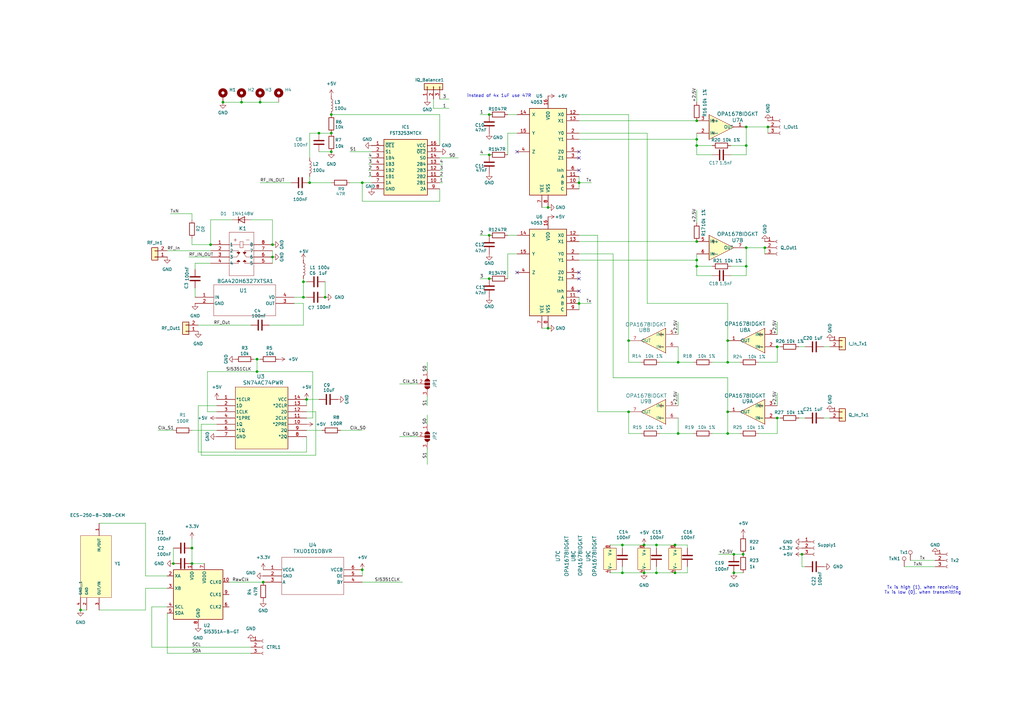
<source format=kicad_sch>
(kicad_sch (version 20231120) (generator "eeschema") (generator_version "8.0")
  (paper "A3")
  (title_block (title "Phasor Radio: Mixer2") (date "2024-11-20") (rev "Mixer2 v1.0") (company "Stefan Meyre, HB9GZE") (comment 1 "added Si5351 for 74AC74"))
  (junction (at 285.75 59.69))
  (junction (at 298.45 148.59))
  (junction (at 200.66 96.52))
  (junction (at 269.24 234.95))
  (junction (at 200.66 46.99))
  (junction (at 313.69 101.6))
  (junction (at 200.66 63.5))
  (junction (at 255.27 234.95))
  (junction (at 111.76 100.33))
  (junction (at 106.68 41.91))
  (junction (at 257.81 139.7))
  (junction (at 306.07 59.69))
  (junction (at 300.99 227.33))
  (junction (at 86.36 100.33))
  (junction (at 237.49 74.93))
  (junction (at 285.75 49.53))
  (junction (at 269.24 223.52))
  (junction (at 328.93 227.33))
  (junction (at 257.81 168.91))
  (junction (at 306.07 52.07))
  (junction (at 135.89 54.61))
  (junction (at 135.89 62.23))
  (junction (at 99.06 41.91))
  (junction (at 148.59 74.93))
  (junction (at 111.76 105.41))
  (junction (at 264.16 223.52))
  (junction (at 78.74 224.79))
  (junction (at 278.13 148.59))
  (junction (at 107.95 238.76))
  (junction (at 276.86 234.95))
  (junction (at 105.41 152.4))
  (junction (at 306.07 109.22))
  (junction (at 285.75 106.68))
  (junction (at 306.07 101.6))
  (junction (at 276.86 223.52))
  (junction (at 285.75 99.06))
  (junction (at 200.66 114.3))
  (junction (at 278.13 177.8))
  (junction (at 264.16 234.95))
  (junction (at 304.8 227.33))
  (junction (at 135.89 46.99))
  (junction (at 224.79 85.09))
  (junction (at 298.45 139.7))
  (junction (at 237.49 124.46))
  (junction (at 127 74.93))
  (junction (at 314.96 52.07))
  (junction (at 300.99 234.95))
  (junction (at 285.75 57.15))
  (junction (at 285.75 109.22))
  (junction (at 78.74 231.14))
  (junction (at 298.45 177.8))
  (junction (at 91.44 41.91))
  (junction (at 133.35 121.92))
  (junction (at 105.41 147.32))
  (junction (at 125.73 163.83))
  (junction (at 124.46 121.92))
  (junction (at 130.81 54.61))
  (junction (at 124.46 115.57))
  (junction (at 71.12 231.14))
  (junction (at 148.59 233.68))
  (junction (at 318.77 142.24))
  (junction (at 318.77 171.45))
  (junction (at 33.02 250.19))
  (junction (at 255.27 223.52))
  (junction (at 298.45 168.91))
  (junction (at 224.79 134.62))
  (no_connect (at 212.09 62.23))
  (no_connect (at 212.09 111.76))
  (no_connect (at 237.49 69.85))
  (no_connect (at 237.49 111.76))
  (no_connect (at 237.49 114.3))
  (no_connect (at 237.49 119.38))
  (no_connect (at 237.49 62.23))
  (no_connect (at 237.49 64.77))
  (wire (pts (xy 111.76 102.87) (xy 111.76 105.41)))
  (wire (pts (xy 78.74 90.17) (xy 78.74 87.63)))
  (wire (pts (xy 88.9 168.91) (xy 85.09 168.91)))
  (wire (pts (xy 152.4 64.77) (xy 151.13 64.77)))
  (wire (pts (xy 175.26 184.15) (xy 175.26 190.5)))
  (wire (pts (xy 314.96 52.07) (xy 314.96 54.61)))
  (wire (pts (xy 327.66 171.45) (xy 330.2 171.45)))
  (wire (pts (xy 125.73 179.07) (xy 125.73 185.42)))
  (wire (pts (xy 102.87 265.43) (xy 62.23 265.43)))
  (wire (pts (xy 180.34 64.77) (xy 187.96 64.77)))
  (wire (pts (xy 285.75 106.68) (xy 285.75 109.22)))
  (wire (pts (xy 306.07 101.6) (xy 313.69 101.6)))
  (wire (pts (xy 318.77 161.29) (xy 318.77 166.37)))
  (wire (pts (xy 175.26 170.18) (xy 175.26 173.99)))
  (wire (pts (xy 278.13 148.59) (xy 284.48 148.59)))
  (wire (pts (xy 105.41 152.4) (xy 128.27 152.4)))
  (wire (pts (xy 270.51 177.8) (xy 278.13 177.8)))
  (wire (pts (xy 320.04 142.24) (xy 318.77 142.24)))
  (wire (pts (xy 148.59 74.93) (xy 148.59 82.55)))
  (wire (pts (xy 278.13 171.45) (xy 278.13 177.8)))
  (wire (pts (xy 127 54.61) (xy 127 64.77)))
  (wire (pts (xy 85.09 168.91) (xy 85.09 152.4)))
  (wire (pts (xy 208.28 104.14) (xy 208.28 114.3)))
  (wire (pts (xy 270.51 148.59) (xy 278.13 148.59)))
  (wire (pts (xy 327.66 142.24) (xy 330.2 142.24)))
  (wire (pts (xy 318.77 132.08) (xy 318.77 137.16)))
  (wire (pts (xy 313.69 101.6) (xy 313.69 104.14)))
  (wire (pts (xy 68.58 102.87) (xy 86.36 102.87)))
  (wire (pts (xy 294.64 227.33) (xy 300.99 227.33)))
  (wire (pts (xy 196.85 114.3) (xy 200.66 114.3)))
  (wire (pts (xy 237.49 74.93) (xy 242.57 74.93)))
  (wire (pts (xy 337.82 171.45) (xy 340.36 171.45)))
  (wire (pts (xy 318.77 142.24) (xy 318.77 148.59)))
  (wire (pts (xy 250.19 234.95) (xy 255.27 234.95)))
  (wire (pts (xy 152.4 72.39) (xy 151.13 72.39)))
  (wire (pts (xy 265.43 124.46) (xy 265.43 54.61)))
  (wire (pts (xy 111.76 105.41) (xy 111.76 107.95)))
  (wire (pts (xy 285.75 57.15) (xy 285.75 59.69)))
  (wire (pts (xy 139.7 176.53) (xy 148.59 176.53)))
  (wire (pts (xy 130.81 62.23) (xy 135.89 62.23)))
  (wire (pts (xy 82.55 186.69) (xy 129.54 186.69)))
  (wire (pts (xy 251.46 104.14) (xy 237.49 104.14)))
  (wire (pts (xy 222.25 85.09) (xy 224.79 85.09)))
  (wire (pts (xy 300.99 234.95) (xy 304.8 234.95)))
  (wire (pts (xy 171.45 157.48) (xy 163.83 157.48)))
  (wire (pts (xy 148.59 74.93) (xy 152.4 74.93)))
  (wire (pts (xy 175.26 148.59) (xy 175.26 152.4)))
  (wire (pts (xy 127 72.39) (xy 127 74.93)))
  (wire (pts (xy 237.49 99.06) (xy 285.75 99.06)))
  (wire (pts (xy 148.59 233.68) (xy 148.59 236.22)))
  (wire (pts (xy 269.24 232.41) (xy 269.24 234.95)))
  (wire (pts (xy 78.74 224.79) (xy 78.74 231.14)))
  (wire (pts (xy 264.16 223.52) (xy 269.24 223.52)))
  (wire (pts (xy 62.23 248.92) (xy 68.58 248.92)))
  (wire (pts (xy 337.82 142.24) (xy 340.36 142.24)))
  (wire (pts (xy 124.46 124.46) (xy 124.46 133.35)))
  (wire (pts (xy 292.1 148.59) (xy 298.45 148.59)))
  (wire (pts (xy 208.28 63.5) (xy 208.28 54.61)))
  (wire (pts (xy 281.94 224.79) (xy 281.94 223.52)))
  (wire (pts (xy 373.38 229.87) (xy 383.54 229.87)))
  (wire (pts (xy 81.28 166.37) (xy 88.9 166.37)))
  (wire (pts (xy 257.81 46.99) (xy 237.49 46.99)))
  (wire (pts (xy 281.94 232.41) (xy 281.94 234.95)))
  (wire (pts (xy 151.13 67.31) (xy 152.4 67.31)))
  (wire (pts (xy 81.28 185.42) (xy 81.28 166.37)))
  (wire (pts (xy 177.8 40.64) (xy 177.8 44.45)))
  (wire (pts (xy 278.13 177.8) (xy 284.48 177.8)))
  (wire (pts (xy 257.81 46.99) (xy 257.81 139.7)))
  (wire (pts (xy 269.24 223.52) (xy 276.86 223.52)))
  (wire (pts (xy 285.75 63.5) (xy 292.1 63.5)))
  (wire (pts (xy 33.02 250.19) (xy 35.56 250.19)))
  (wire (pts (xy 125.73 176.53) (xy 132.08 176.53)))
  (wire (pts (xy 292.1 177.8) (xy 298.45 177.8)))
  (wire (pts (xy 237.49 124.46) (xy 237.49 127)))
  (wire (pts (xy 59.69 236.22) (xy 68.58 236.22)))
  (wire (pts (xy 298.45 148.59) (xy 298.45 139.7)))
  (wire (pts (xy 80.01 107.95) (xy 86.36 107.95)))
  (wire (pts (xy 257.81 168.91) (xy 245.11 168.91)))
  (wire (pts (xy 78.74 97.79) (xy 78.74 100.33)))
  (wire (pts (xy 104.14 147.32) (xy 105.41 147.32)))
  (wire (pts (xy 303.53 148.59) (xy 298.45 148.59)))
  (wire (pts (xy 208.28 96.52) (xy 212.09 96.52)))
  (wire (pts (xy 111.76 90.17) (xy 111.76 100.33)))
  (wire (pts (xy 127 54.61) (xy 130.81 54.61)))
  (wire (pts (xy 106.68 41.91) (xy 114.3 41.91)))
  (wire (pts (xy 180.34 77.47) (xy 180.34 82.55)))
  (wire (pts (xy 78.74 231.14) (xy 83.82 231.14)))
  (wire (pts (xy 257.81 177.8) (xy 257.81 168.91)))
  (wire (pts (xy 125.73 121.92) (xy 124.46 121.92)))
  (wire (pts (xy 255.27 223.52) (xy 264.16 223.52)))
  (wire (pts (xy 257.81 148.59) (xy 262.89 148.59)))
  (wire (pts (xy 106.68 74.93) (xy 119.38 74.93)))
  (wire (pts (xy 237.49 124.46) (xy 242.57 124.46)))
  (wire (pts (xy 300.99 227.33) (xy 304.8 227.33)))
  (wire (pts (xy 125.73 163.83) (xy 125.73 166.37)))
  (wire (pts (xy 251.46 154.94) (xy 251.46 104.14)))
  (wire (pts (xy 285.75 59.69) (xy 292.1 59.69)))
  (wire (pts (xy 62.23 265.43) (xy 62.23 248.92)))
  (wire (pts (xy 237.49 121.92) (xy 237.49 124.46)))
  (wire (pts (xy 78.74 176.53) (xy 88.9 176.53)))
  (wire (pts (xy 255.27 223.52) (xy 255.27 224.79)))
  (wire (pts (xy 124.46 124.46) (xy 120.65 124.46)))
  (wire (pts (xy 177.8 44.45) (xy 184.15 44.45)))
  (wire (pts (xy 298.45 168.91) (xy 298.45 177.8)))
  (wire (pts (xy 143.51 62.23) (xy 152.4 62.23)))
  (wire (pts (xy 265.43 54.61) (xy 237.49 54.61)))
  (wire (pts (xy 299.72 59.69) (xy 306.07 59.69)))
  (wire (pts (xy 269.24 234.95) (xy 276.86 234.95)))
  (wire (pts (xy 298.45 139.7) (xy 298.45 124.46)))
  (wire (pts (xy 299.72 113.03) (xy 306.07 113.03)))
  (wire (pts (xy 285.75 59.69) (xy 285.75 63.5)))
  (wire (pts (xy 181.61 74.93) (xy 180.34 74.93)))
  (wire (pts (xy 196.85 63.5) (xy 200.66 63.5)))
  (wire (pts (xy 237.49 96.52) (xy 245.11 96.52)))
  (wire (pts (xy 143.51 74.93) (xy 148.59 74.93)))
  (wire (pts (xy 171.45 179.07) (xy 163.83 179.07)))
  (wire (pts (xy 298.45 168.91) (xy 298.45 154.94)))
  (wire (pts (xy 124.46 115.57) (xy 124.46 121.92)))
  (wire (pts (xy 285.75 91.44) (xy 285.75 86.36)))
  (wire (pts (xy 135.89 46.99) (xy 180.34 46.99)))
  (wire (pts (xy 152.4 69.85) (xy 151.13 69.85)))
  (wire (pts (xy 86.36 100.33) (xy 86.36 90.17)))
  (wire (pts (xy 82.55 173.99) (xy 82.55 186.69)))
  (wire (pts (xy 262.89 177.8) (xy 257.81 177.8)))
  (wire (pts (xy 318.77 148.59) (xy 311.15 148.59)))
  (wire (pts (xy 306.07 52.07) (xy 314.96 52.07)))
  (wire (pts (xy 318.77 171.45) (xy 318.77 177.8)))
  (wire (pts (xy 93.98 238.76) (xy 107.95 238.76)))
  (wire (pts (xy 212.09 104.14) (xy 208.28 104.14)))
  (wire (pts (xy 40.64 214.63) (xy 59.69 214.63)))
  (wire (pts (xy 68.58 267.97) (xy 102.87 267.97)))
  (wire (pts (xy 370.84 232.41) (xy 383.54 232.41)))
  (wire (pts (xy 257.81 139.7) (xy 257.81 148.59)))
  (wire (pts (xy 208.28 46.99) (xy 212.09 46.99)))
  (wire (pts (xy 328.93 232.41) (xy 330.2 232.41)))
  (wire (pts (xy 71.12 176.53) (xy 64.77 176.53)))
  (wire (pts (xy 86.36 90.17) (xy 95.25 90.17)))
  (wire (pts (xy 222.25 134.62) (xy 224.79 134.62)))
  (wire (pts (xy 298.45 154.94) (xy 251.46 154.94)))
  (wire (pts (xy 237.49 74.93) (xy 237.49 77.47)))
  (wire (pts (xy 110.49 133.35) (xy 124.46 133.35)))
  (wire (pts (xy 180.34 69.85) (xy 181.61 69.85)))
  (wire (pts (xy 125.73 163.83) (xy 130.81 163.83)))
  (wire (pts (xy 278.13 132.08) (xy 278.13 137.16)))
  (wire (pts (xy 59.69 214.63) (xy 59.69 236.22)))
  (wire (pts (xy 276.86 223.52) (xy 281.94 223.52)))
  (wire (pts (xy 81.28 133.35) (xy 102.87 133.35)))
  (wire (pts (xy 255.27 232.41) (xy 255.27 234.95)))
  (wire (pts (xy 250.19 223.52) (xy 255.27 223.52)))
  (wire (pts (xy 130.81 54.61) (xy 135.89 54.61)))
  (wire (pts (xy 68.58 251.46) (xy 68.58 267.97)))
  (wire (pts (xy 278.13 142.24) (xy 278.13 148.59)))
  (wire (pts (xy 245.11 168.91) (xy 245.11 96.52)))
  (wire (pts (xy 135.89 74.93) (xy 127 74.93)))
  (wire (pts (xy 299.72 63.5) (xy 306.07 63.5)))
  (wire (pts (xy 125.73 115.57) (xy 124.46 115.57)))
  (wire (pts (xy 129.54 168.91) (xy 125.73 168.91)))
  (wire (pts (xy 285.75 109.22) (xy 285.75 113.03)))
  (wire (pts (xy 264.16 234.95) (xy 269.24 234.95)))
  (wire (pts (xy 124.46 114.3) (xy 124.46 115.57)))
  (wire (pts (xy 102.87 90.17) (xy 111.76 90.17)))
  (wire (pts (xy 196.85 96.52) (xy 200.66 96.52)))
  (wire (pts (xy 77.47 105.41) (xy 86.36 105.41)))
  (wire (pts (xy 133.35 115.57) (xy 133.35 121.92)))
  (wire (pts (xy 298.45 124.46) (xy 265.43 124.46)))
  (wire (pts (xy 88.9 173.99) (xy 82.55 173.99)))
  (wire (pts (xy 306.07 109.22) (xy 306.07 101.6)))
  (wire (pts (xy 80.01 107.95) (xy 80.01 110.49)))
  (wire (pts (xy 328.93 227.33) (xy 328.93 232.41)))
  (wire (pts (xy 124.46 121.92) (xy 120.65 121.92)))
  (wire (pts (xy 175.26 162.56) (xy 175.26 166.37)))
  (wire (pts (xy 85.09 152.4) (xy 105.41 152.4)))
  (wire (pts (xy 105.41 147.32) (xy 106.68 147.32)))
  (wire (pts (xy 148.59 238.76) (xy 165.1 238.76)))
  (wire (pts (xy 237.49 72.39) (xy 237.49 74.93)))
  (wire (pts (xy 129.54 186.69) (xy 129.54 168.91)))
  (wire (pts (xy 306.07 113.03) (xy 306.07 109.22)))
  (wire (pts (xy 181.61 72.39) (xy 180.34 72.39)))
  (wire (pts (xy 91.44 41.91) (xy 99.06 41.91)))
  (wire (pts (xy 180.34 82.55) (xy 148.59 82.55)))
  (wire (pts (xy 71.12 224.79) (xy 71.12 231.14)))
  (wire (pts (xy 208.28 54.61) (xy 212.09 54.61)))
  (wire (pts (xy 285.75 106.68) (xy 285.75 104.14)))
  (wire (pts (xy 237.49 57.15) (xy 285.75 57.15)))
  (wire (pts (xy 105.41 147.32) (xy 105.41 152.4)))
  (wire (pts (xy 78.74 100.33) (xy 86.36 100.33)))
  (wire (pts (xy 285.75 109.22) (xy 292.1 109.22)))
  (wire (pts (xy 59.69 250.19) (xy 59.69 241.3)))
  (wire (pts (xy 237.49 106.68) (xy 285.75 106.68)))
  (wire (pts (xy 298.45 177.8) (xy 303.53 177.8)))
  (wire (pts (xy 285.75 41.91) (xy 285.75 36.83)))
  (wire (pts (xy 306.07 59.69) (xy 306.07 52.07)))
  (wire (pts (xy 40.64 250.19) (xy 59.69 250.19)))
  (wire (pts (xy 99.06 41.91) (xy 106.68 41.91)))
  (wire (pts (xy 180.34 46.99) (xy 180.34 59.69)))
  (wire (pts (xy 285.75 57.15) (xy 285.75 54.61)))
  (wire (pts (xy 69.85 87.63) (xy 78.74 87.63)))
  (wire (pts (xy 320.04 171.45) (xy 318.77 171.45)))
  (wire (pts (xy 269.24 223.52) (xy 269.24 224.79)))
  (wire (pts (xy 237.49 49.53) (xy 285.75 49.53)))
  (wire (pts (xy 128.27 171.45) (xy 128.27 152.4)))
  (wire (pts (xy 318.77 177.8) (xy 311.15 177.8)))
  (wire (pts (xy 299.72 109.22) (xy 306.07 109.22)))
  (wire (pts (xy 281.94 234.95) (xy 276.86 234.95)))
  (wire (pts (xy 68.58 241.3) (xy 59.69 241.3)))
  (wire (pts (xy 180.34 40.64) (xy 184.15 40.64)))
  (wire (pts (xy 285.75 113.03) (xy 292.1 113.03)))
  (wire (pts (xy 80.01 118.11) (xy 80.01 121.92)))
  (wire (pts (xy 78.74 220.98) (xy 78.74 224.79)))
  (wire (pts (xy 196.85 46.99) (xy 200.66 46.99)))
  (wire (pts (xy 125.73 185.42) (xy 81.28 185.42)))
  (wire (pts (xy 306.07 63.5) (xy 306.07 59.69)))
  (wire (pts (xy 181.61 67.31) (xy 180.34 67.31)))
  (wire (pts (xy 278.13 161.29) (xy 278.13 166.37)))
  (wire (pts (xy 255.27 234.95) (xy 264.16 234.95)))
  (wire (pts (xy 125.73 171.45) (xy 128.27 171.45)))
  (text "instead of 4x 1uF use 47R" (at 204.724 39.37 0) (effects (font (size 1.27 1.27))))
  (text "Tx is high (1), when receiving\nTx is low (0), when transmitting" (at 378.46 242.062 0) (effects (font (size 1.27 1.27))))
  (label "3" (at 151.13 67.31 0))
  (label "3" (at 196.85 114.3 0))
  (label "RF_IN_OUT" (at 77.47 105.41 0))
  (label "+2.5V" (at 285.75 91.44 90))
  (label "S1" (at 175.26 185.42 270))
  (label "1" (at 151.13 72.39 0))
  (label "S0" (at 184.15 64.77 0))
  (label "SCL" (at 78.74 265.43 0))
  (label "Clk_S0" (at 165.1 179.07 0))
  (label "Clk_S1" (at 165.1 157.48 0))
  (label "2" (at 151.13 69.85 0))
  (label "1" (at 181.61 44.45 0))
  (label "SDA" (at 78.74 267.97 0))
  (label "TxN" (at 69.85 87.63 0))
  (label "Tx" (at 242.57 74.93 180))
  (label "RF_Out" (at 87.63 133.35 0))
  (label "+2.5V" (at 278.13 166.37 90))
  (label "+2.5V" (at 318.77 166.37 90))
  (label "S0" (at 175.26 149.86 270))
  (label "+2.5V" (at 318.77 137.16 90))
  (label "1" (at 196.85 46.99 0))
  (label "Clk_S0" (at 143.51 176.53 0))
  (label "Tx" (at 242.57 124.46 180))
  (label "2" (at 196.85 96.52 0))
  (label "4" (at 196.85 63.5 0))
  (label "RawClk" (at 95.25 238.76 0))
  (label "TxN" (at 374.65 232.41 0))
  (label "RF_IN_OUT" (at 106.68 74.93 0))
  (label "S1" (at 175.26 163.83 270))
  (label "RF_In" (at 68.58 102.87 0))
  (label "4" (at 151.13 64.77 0))
  (label "4" (at 180.34 67.31 0))
  (label "+2.5V" (at 294.64 227.33 0))
  (label "SI5351CLK" (at 153.67 238.76 0))
  (label "S1" (at 143.51 62.23 0))
  (label "+2.5V" (at 285.75 41.91 90))
  (label "2" (at 180.34 72.39 0))
  (label "Clk_S1" (at 64.77 176.53 0))
  (label "3" (at 180.34 69.85 0))
  (label "SI5351CLK" (at 92.71 152.4 0))
  (label "S0" (at 175.26 171.45 270))
  (label "+2.5V" (at 278.13 137.16 90))
  (label "3" (at 181.61 40.64 0))
  (label "Tx" (at 377.19 229.87 0))
  (label "1" (at 180.34 74.93 0))
  (symbol (lib_id "Device:R") (at 78.74 93.98 180) (unit 1)
    (property "Reference" "R2" (at 81.28 93.726 90))
    (property "Value" "0R" (at 83.312 93.98 90))
    (property "Footprint" "Resistor_SMD:R_0603_1608Metric_Pad0.98x0.95mm_HandSolder" (effects (hide yes)))
    (property "Description" "Resistor" (effects (hide yes)))
  )
  (symbol (lib_id "Device:R") (at 295.91 109.22 90) (unit 1)
    (property "Reference" "R21" (at 294.386 106.934 90))
    (property "Value" "10k 1%" (at 300.736 106.934 90))
    (property "Footprint" "Resistor_SMD:R_0603_1608Metric_Pad0.98x0.95mm_HandSolder" (effects (hide yes)))
    (property "Description" "Resistor" (effects (hide yes)))
  )
  (symbol (lib_id "power:GND") (at 264.16 234.95 0) (unit 1)
    (property "Reference" "#PWR041" (effects (hide yes)))
    (property "Value" "GND" (at 264.16 240.03 0))
    (property "Description" "Power symbol creates a global label with name \"GND\" , ground" (effects (hide yes)))
  )
  (symbol (lib_id "Mechanical:MountingHole_Pad") (at 91.44 39.37 0) (unit 1)
    (property "Reference" "H1" (at 93.98 36.8299 0) (effects (justify left)))
    (property "Value" "MountingHole_Pad" (effects (hide yes)))
    (property "Footprint" "MountingHole:MountingHole_2.7mm_M2.5_DIN965_Pad_TopBottom" (effects (hide yes)))
    (property "Description" "Mounting Hole with connection" (effects (hide yes)))
  )
  (symbol (lib_id "power:+5V") (at 304.8 219.71 0) (unit 1)
    (property "Reference" "#PWR043" (effects (hide yes)))
    (property "Value" "+5V" (at 304.8 214.63 0))
    (property "Description" "Power symbol creates a global label with name \"+5V\"" (effects (hide yes)))
  )
  (symbol (lib_id "Device:R") (at 74.93 176.53 270) (unit 1)
    (property "Reference" "R1" (at 74.93 170.18 90))
    (property "Value" "100R" (at 74.93 172.72 90))
    (property "Footprint" "Resistor_SMD:R_0603_1608Metric_Pad0.98x0.95mm_HandSolder" (effects (hide yes)))
    (property "Description" "Resistor" (effects (hide yes)))
  )
  (symbol (lib_id "Jumper:SolderJumper_3_Open") (at 175.26 157.48 270) (unit 1) (exclude_from_sim yes) (in_bom no)
    (property "Reference" "JP1" (at 178.308 157.226 0))
    (property "Value" "SolderJumper_3_Open" (effects (hide yes)))
    (property "Footprint" "Jumper:SolderJumper-3_P1.3mm_Open_Pad1.0x1.5mm_NumberLabels" (effects (hide yes)))
    (property "Description" "Solder Jumper, 3-pole, open" (effects (hide yes)))
  )
  (symbol (lib_id "Device:L") (at 127 68.58 0) (unit 1)
    (property "Reference" "L2" (at 128.27 67.3099 0) (effects (justify left)))
    (property "Value" "100u" (at 128.27 69.8499 0) (effects (justify left)))
    (property "Footprint" "Inductor_SMD:L_0805_2012Metric_Pad1.15x1.40mm_HandSolder" (effects (hide yes)))
    (property "Description" "Inductor" (effects (hide yes)))
  )
  (symbol (lib_id "Device:R") (at 288.29 177.8 90) (unit 1)
    (property "Reference" "R19" (at 282.702 175.26 90))
    (property "Value" "10k 1%" (at 289.814 175.26 90))
    (property "Footprint" "Resistor_SMD:R_0603_1608Metric_Pad0.98x0.95mm_HandSolder" (effects (hide yes)))
    (property "Description" "Resistor" (effects (hide yes)))
  )
  (symbol (lib_id "Device:C") (at 281.94 228.6 180) (unit 1)
    (property "Reference" "C16" (at 280.162 218.186 0) (effects (justify right)))
    (property "Value" "100nF" (at 279.146 220.472 0) (effects (justify right)))
    (property "Footprint" "Capacitor_SMD:C_0603_1608Metric_Pad1.08x0.95mm_HandSolder" (effects (hide yes)))
    (property "Description" "Unpolarized capacitor" (effects (hide yes)))
  )
  (symbol (lib_id "power:GND") (at 81.28 135.89 0) (unit 1)
    (property "Reference" "#PWR06" (effects (hide yes)))
    (property "Value" "GND" (at 81.28 140.97 0))
    (property "Description" "Power symbol creates a global label with name \"GND\" , ground" (effects (hide yes)))
  )
  (symbol (lib_id "power:GND") (at 180.34 62.23 90) (unit 1)
    (property "Reference" "#PWR031" (effects (hide yes)))
    (property "Value" "GND" (at 183.134 59.69 90))
    (property "Description" "Power symbol creates a global label with name \"GND\" , ground" (effects (hide yes)))
  )
  (symbol (lib_id "Device:R") (at 100.33 147.32 270) (unit 1)
    (property "Reference" "R3" (at 100.33 142.748 90))
    (property "Value" "10k" (at 100.33 145.034 90))
    (property "Footprint" "Resistor_SMD:R_0603_1608Metric_Pad0.98x0.95mm_HandSolder" (effects (hide yes)))
    (property "Description" "Resistor" (effects (hide yes)))
  )
  (symbol (lib_id "power:GND") (at 200.66 71.12 0) (unit 1)
    (property "Reference" "#PWR033" (effects (hide yes)))
    (property "Value" "GND" (at 200.66 74.93 0))
    (property "Description" "Power symbol creates a global label with name \"GND\" , ground" (effects (hide yes)))
  )
  (symbol (lib_id "power:+3.3V") (at 328.93 224.79 90) (unit 1)
    (property "Reference" "#PWR047" (effects (hide yes)))
    (property "Value" "+3.3V" (at 325.12 224.7899 90) (effects (justify left)))
  )
  (symbol (lib_id "Private:OPA1678IDGKT") (at 295.91 100.33 0) (mirror x) (unit 2)
    (property "Reference" "U7" (at 302.514 98.552 0) (effects (font (size 1.524 1.524))))
    (property "Value" "OPA1678IDGKT" (at 302.514 96.012 0) (effects (font (size 1.524 1.524))))
    (property "Footprint" "Private:OPA1678_L" (effects (hide yes)))
    (property "Datasheet" "OPA1678IDGKT" (effects (hide yes)))
  )
  (symbol (lib_id "power:+5V") (at 125.73 173.99 270) (unit 1)
    (property "Reference" "#PWR022" (effects (hide yes)))
    (property "Value" "+5V" (at 129.54 173.9899 90) (effects (justify left)))
    (property "Description" "Power symbol creates a global label with name \"+5V\"" (effects (hide yes)))
  )
  (symbol (lib_id "Device:R") (at 266.7 177.8 90) (unit 1)
    (property "Reference" "R15" (at 261.366 175.26 90))
    (property "Value" "10k 1%" (at 268.224 175.26 90))
    (property "Footprint" "Resistor_SMD:R_0603_1608Metric_Pad0.98x0.95mm_HandSolder" (effects (hide yes)))
    (property "Description" "Resistor" (effects (hide yes)))
  )
  (symbol (lib_id "Device:R") (at 307.34 177.8 90) (unit 1)
    (property "Reference" "R25" (at 302.514 175.26 90))
    (property "Value" "10k 1%" (at 309.88 175.26 90))
    (property "Footprint" "Resistor_SMD:R_0603_1608Metric_Pad0.98x0.95mm_HandSolder" (effects (hide yes)))
    (property "Description" "Resistor" (effects (hide yes)))
  )
  (symbol (lib_id "Device:C") (at 334.01 232.41 270) (unit 1)
    (property "Reference" "C22" (at 333.756 240.284 0) (effects (justify right)))
    (property "Value" "100nF" (at 336.296 240.284 0) (effects (justify right)))
    (property "Footprint" "Capacitor_SMD:C_0603_1608Metric_Pad1.08x0.95mm_HandSolder" (effects (hide yes)))
    (property "Description" "Unpolarized capacitor" (effects (hide yes)))
  )
  (symbol (lib_id "power:GND") (at 96.52 147.32 270) (unit 1)
    (property "Reference" "#PWR012" (effects (hide yes)))
    (property "Value" "GND" (at 92.71 147.32 0))
    (property "Description" "Power symbol creates a global label with name \"GND\" , ground" (effects (hide yes)))
  )
  (symbol (lib_id "power:+5V") (at 125.73 163.83 0) (unit 1)
    (property "Reference" "#PWR021" (effects (hide yes)))
    (property "Value" "+5V" (at 125.73 158.75 0))
    (property "Description" "Power symbol creates a global label with name \"+5V\"" (effects (hide yes)))
  )
  (symbol (lib_id "Device:R") (at 266.7 148.59 90) (unit 1)
    (property "Reference" "R14" (at 261.112 146.05 90))
    (property "Value" "10k 1%" (at 268.224 146.05 90))
    (property "Footprint" "Resistor_SMD:R_0603_1608Metric_Pad0.98x0.95mm_HandSolder" (effects (hide yes)))
    (property "Description" "Resistor" (effects (hide yes)))
  )
  (symbol (lib_id "Oscillator:Si5351A-B-GT") (at 81.28 243.84 0) (unit 1)
    (property "Reference" "U2" (at 83.4741 256.54 0) (effects (justify left)))
    (property "Value" "Si5351A-B-GT" (at 83.4741 259.08 0) (effects (justify left)))
    (property "Footprint" "Package_SO:MSOP-10_3x3mm_P0.5mm" (effects (hide yes)))
    (property "Datasheet" "https://www.silabs.com/documents/public/data-sheets/Si5351-B.pdf" (effects (hide yes)))
  )
  (symbol (lib_id "power:GND") (at 314.96 49.53 180) (unit 1)
    (property "Reference" "#PWR045" (effects (hide yes)))
    (property "Value" "GND" (at 314.96 44.45 90))
    (property "Description" "Power symbol creates a global label with name \"GND\" , ground" (effects (hide yes)))
  )
  (symbol (lib_id "power:GND") (at 80.01 124.46 0) (unit 1)
    (property "Reference" "#PWR05" (effects (hide yes)))
    (property "Value" "GND" (at 80.01 129.54 0))
    (property "Description" "Power symbol creates a global label with name \"GND\" , ground" (effects (hide yes)))
  )
  (symbol (lib_id "Private:SN74AC74PWR") (at 88.9 163.83 0) (unit 1)
    (property "Reference" "U3" (at 106.934 154.432 0) (effects (font (size 1.524 1.524))))
    (property "Value" "SN74AC74PWR" (at 107.95 156.972 0) (effects (font (size 1.524 1.524))))
    (property "Footprint" "Private:74AC74-L" (effects (hide yes)))
    (property "Datasheet" "SN74AC74PWR" (effects (hide yes)))
  )
  (symbol (lib_id "Device:R") (at 204.47 96.52 90) (unit 1)
    (property "Reference" "R12" (at 202.184 94.234 90))
    (property "Value" "47R" (at 205.994 94.234 90))
    (property "Footprint" "Resistor_SMD:R_0603_1608Metric_Pad0.98x0.95mm_HandSolder" (effects (hide yes)))
    (property "Description" "Resistor" (effects (hide yes)))
  )
  (symbol (lib_id "power:+5V") (at 148.59 233.68 0) (unit 1)
    (property "Reference" "#PWR027" (effects (hide yes)))
    (property "Value" "+5V" (at 148.59 228.6 0))
    (property "Description" "Power symbol creates a global label with name \"+5V\"" (effects (hide yes)))
  )
  (symbol (lib_id "power:GND") (at 340.36 168.91 180) (unit 1)
    (property "Reference" "#PWR051" (effects (hide yes)))
    (property "Value" "GND" (at 340.36 163.83 90))
    (property "Description" "Power symbol creates a global label with name \"GND\" , ground" (effects (hide yes)))
  )
  (symbol (lib_id "Mechanical:MountingHole_Pad") (at 106.68 39.37 0) (unit 1)
    (property "Reference" "H3" (at 108.712 36.83 0) (effects (justify left)))
    (property "Value" "MountingHole_Pad" (effects (hide yes)))
    (property "Footprint" "MountingHole:MountingHole_2.7mm_M2.5_DIN965_Pad_TopBottom" (effects (hide yes)))
    (property "Description" "Mounting Hole with connection" (effects (hide yes)))
  )
  (symbol (lib_id "Device:L") (at 135.89 43.18 0) (unit 1)
    (property "Reference" "L3" (at 137.16 41.9099 0) (effects (justify left)))
    (property "Value" "100u" (at 137.16 44.4499 0) (effects (justify left)))
    (property "Footprint" "Inductor_SMD:L_0805_2012Metric_Pad1.15x1.40mm_HandSolder" (effects (hide yes)))
    (property "Description" "Inductor" (effects (hide yes)))
  )
  (symbol (lib_id "power:+3.3V") (at 107.95 233.68 0) (unit 1)
    (property "Reference" "#PWR014" (effects (hide yes)))
    (property "Value" "+3.3V" (at 107.95 228.6 0))
  )
  (symbol (lib_id "Connector:Conn_01x03_Socket") (at 334.01 224.79 0) (unit 1)
    (property "Reference" "Supply1" (at 335.28 223.5199 0) (effects (justify left)))
    (property "Value" "Supply" (effects (hide yes)))
    (property "Footprint" "Connector_JST:JST_EH_B3B-EH-A_1x03_P2.50mm_Vertical" (effects (hide yes)))
    (property "Description" "Generic connector, single row, 01x03, script generated" (effects (hide yes)))
  )
  (symbol (lib_id "Connector:TestPoint") (at 370.84 232.41 0) (unit 1)
    (property "Reference" "TxN1" (at 364.49 229.108 0) (effects (justify left)))
    (property "Value" "TestPoint" (effects (hide yes)))
    (property "Footprint" "Connector_Pin:Pin_D0.7mm_L6.5mm_W1.8mm_FlatFork" (effects (hide yes)))
    (property "Description" "test point" (effects (hide yes)))
  )
  (symbol (lib_id "Device:C") (at 80.01 114.3 0) (unit 1)
    (property "Reference" "C3" (at 76.454 115.824 90) (effects (justify right)))
    (property "Value" "100nF" (at 76.708 109.22 90) (effects (justify right)))
    (property "Footprint" "Capacitor_SMD:C_0603_1608Metric_Pad1.08x0.95mm_HandSolder" (effects (hide yes)))
    (property "Description" "Unpolarized capacitor" (effects (hide yes)))
  )
  (symbol (lib_id "power:GND") (at 200.66 104.14 0) (unit 1)
    (property "Reference" "#PWR034" (effects (hide yes)))
    (property "Value" "GND" (at 200.66 107.95 0))
    (property "Description" "Power symbol creates a global label with name \"GND\" , ground" (effects (hide yes)))
  )
  (symbol (lib_id "Device:R") (at 288.29 148.59 90) (unit 1)
    (property "Reference" "R18" (at 281.94 146.05 90))
    (property "Value" "10k 1%" (at 289.814 146.05 90))
    (property "Footprint" "Resistor_SMD:R_0603_1608Metric_Pad0.98x0.95mm_HandSolder" (effects (hide yes)))
    (property "Description" "Resistor" (effects (hide yes)))
  )
  (symbol (lib_id "Connector_Generic:Conn_01x02") (at 76.2 135.89 180) (unit 1)
    (property "Reference" "RF_Out1" (at 70.104 134.62 0))
    (property "Value" "Conn_01x02" (effects (hide yes)))
    (property "Footprint" "Connector_PinHeader_2.54mm:PinHeader_1x02_P2.54mm_Vertical" (effects (hide yes)))
    (property "Description" "Generic connector, single row, 01x02, script generated (kicad-library-utils/schlib/autogen/connector/)" (effects (hide yes)))
  )
  (symbol (lib_id "power:GND") (at 383.54 227.33 180) (unit 1)
    (property "Reference" "#PWR052" (effects (hide yes)))
    (property "Value" "GND" (at 383.54 223.52 0))
    (property "Description" "Power symbol creates a global label with name \"GND\" , ground" (effects (hide yes)))
  )
  (symbol (lib_id "Diode:1N4148W") (at 99.06 90.17 0) (unit 1)
    (property "Reference" "D1" (at 91.694 87.63 0))
    (property "Value" "1N4148W" (at 99.568 87.63 0))
    (property "Footprint" "Diode_SMD:D_SOD-123" (effects (hide yes)))
    (property "Datasheet" "https://www.vishay.com/docs/85748/1n4148w.pdf" (effects (hide yes)))
    (property "Description" "75V 0.15A Fast Switching Diode, SOD-123" (effects (hide yes)))
    (property "Sim.Device" "D" (effects (hide yes)))
    (property "Sim.Pins" "1=K 2=A" (effects (hide yes)))
  )
  (symbol (lib_id "power:GND") (at 135.89 62.23 0) (unit 1)
    (property "Reference" "#PWR025" (effects (hide yes)))
    (property "Value" "GND" (at 135.89 67.31 0))
    (property "Description" "Power symbol creates a global label with name \"GND\" , ground" (effects (hide yes)))
  )
  (symbol (lib_id "Private:OPA1678IDGKT") (at 308.61 167.64 180) (unit 1)
    (property "Reference" "U9" (at 306.578 164.592 0) (effects (font (size 1.524 1.524))))
    (property "Value" "OPA1678IDGKT" (at 305.562 162.306 0) (effects (font (size 1.524 1.524))))
    (property "Footprint" "Private:OPA1678_L" (effects (hide yes)))
    (property "Datasheet" "OPA1678IDGKT" (effects (hide yes)))
  )
  (symbol (lib_name "4053_1") (lib_id "4xxx:4053") (at 224.79 111.76 0) (mirror y) (unit 1)
    (property "Reference" "U6" (at 222.5959 88.9 0) (effects (justify left)))
    (property "Value" "4053" (at 222.5959 91.44 0) (effects (justify left)))
    (property "Footprint" "Private:TSSOP16_5P1X4P5_NEX" (effects (hide yes)))
    (property "Datasheet" "http://www.intersil.com/content/dam/Intersil/documents/cd40/cd4051bms-52bms-53bms.pdf" (effects (hide yes)))
    (property "Description" "Triple analog Multiplexer 2 to 1 line" (effects (hide yes)))
  )
  (symbol (lib_id "Jumper:SolderJumper_3_Open") (at 175.26 179.07 270) (unit 1) (exclude_from_sim yes) (in_bom no)
    (property "Reference" "JP2" (at 178.308 178.816 0))
    (property "Value" "SolderJumper_3_Open" (effects (hide yes)))
    (property "Footprint" "Jumper:SolderJumper-3_P1.3mm_Open_Pad1.0x1.5mm_NumberLabels" (effects (hide yes)))
    (property "Description" "Solder Jumper, 3-pole, open" (effects (hide yes)))
  )
  (symbol (lib_id "power:GND") (at 224.79 134.62 90) (unit 1)
    (property "Reference" "#PWR039" (effects (hide yes)))
    (property "Value" "GND" (at 229.87 134.62 90))
    (property "Description" "Power symbol creates a global label with name \"GND\" , ground" (effects (hide yes)))
  )
  (symbol (lib_id "Connector_Generic:Conn_01x03") (at 177.8 35.56 90) (unit 1)
    (property "Reference" "IQ_Balance1" (at 182.118 32.766 90) (effects (justify left)))
    (property "Value" "Conn_01x03" (effects (hide yes)))
    (property "Footprint" "Connector_PinHeader_1.00mm:PinHeader_1x03_P1.00mm_Vertical" (effects (hide yes)))
    (property "Description" "Generic connector, single row, 01x03, script generated (kicad-library-utils/schlib/autogen/connector/)" (effects (hide yes)))
  )
  (symbol (lib_id "power:+5V") (at 224.79 88.9 270) (unit 1)
    (property "Reference" "#PWR038" (effects (hide yes)))
    (property "Value" "+5V" (at 229.616 88.9 90))
    (property "Description" "Power symbol creates a global label with name \"+5V\"" (effects (hide yes)))
  )
  (symbol (lib_id "power:+5V") (at 88.9 171.45 90) (unit 1)
    (property "Reference" "#PWR09" (effects (hide yes)))
    (property "Value" "+5V" (at 85.09 171.4499 90) (effects (justify left)))
    (property "Description" "Power symbol creates a global label with name \"+5V\"" (effects (hide yes)))
  )
  (symbol (lib_id "power:GND") (at 224.79 85.09 90) (unit 1)
    (property "Reference" "#PWR037" (effects (hide yes)))
    (property "Value" "GND" (at 229.87 85.09 90))
    (property "Description" "Power symbol creates a global label with name \"GND\" , ground" (effects (hide yes)))
  )
  (symbol (lib_id "Device:C") (at 255.27 228.6 180) (unit 1)
    (property "Reference" "C14" (at 253.746 218.186 0) (effects (justify right)))
    (property "Value" "100nF" (at 252.73 220.472 0) (effects (justify right)))
    (property "Footprint" "Capacitor_SMD:C_0603_1608Metric_Pad1.08x0.95mm_HandSolder" (effects (hide yes)))
    (property "Description" "Unpolarized capacitor" (effects (hide yes)))
  )
  (symbol (lib_id "Private:ECS-250-8-30B-CKM") (at 38.1 232.41 270) (unit 1)
    (property "Reference" "Y1" (at 46.99 231.14 90) (effects (justify left)))
    (property "Value" "ECS-250-8-30B-CKM" (at 28.702 211.328 90) (effects (justify left)))
    (property "Footprint" "Private:XTAL_ECS-250-8-30B-CKM" (effects (hide yes)))
    (property "MF" "ECS INC" (effects (hide yes)))
    (property "DESCRIPTION" "The ECX-53B is a miniature SMD Crystal with a 3.2 x 5 mm footprint." (effects (hide yes)))
    (property "PACKAGE" "SMD-4 ECX" (effects (hide yes)))
    (property "STANDARD" "Manufacturer Recommendations" (effects (hide yes)))
    (property "MP" "ECX-53B" (effects (hide yes)))
    (property "AVAILABILITY" "Good" (effects (hide yes)))
  )
  (symbol (lib_id "Device:L") (at 124.46 110.49 0) (unit 1)
    (property "Reference" "L1" (at 127 109.728 0) (effects (justify left)))
    (property "Value" "100u" (at 130.302 109.728 0) (effects (justify left)))
    (property "Footprint" "Inductor_SMD:L_0805_2012Metric_Pad1.15x1.40mm_HandSolder" (effects (hide yes)))
    (property "Description" "Inductor" (effects (hide yes)))
  )
  (symbol (lib_id "power:+5V") (at 124.46 106.68 0) (unit 1)
    (property "Reference" "#PWR020" (effects (hide yes)))
    (property "Value" "+5V" (at 124.46 103.124 0))
    (property "Description" "Power symbol creates a global label with name \"+5V\"" (effects (hide yes)))
  )
  (symbol (lib_id "Device:R") (at 139.7 74.93 90) (unit 1)
    (property "Reference" "R9" (at 139.954 77.47 90))
    (property "Value" "47R" (at 139.7 79.502 90))
    (property "Footprint" "Resistor_SMD:R_0603_1608Metric_Pad0.98x0.95mm_HandSolder" (effects (hide yes)))
    (property "Description" "Resistor" (effects (hide yes)))
  )
  (symbol (lib_id "power:GND") (at 107.95 246.38 0) (unit 1)
    (property "Reference" "#PWR016" (effects (hide yes)))
    (property "Value" "GND" (at 109.982 250.444 0) (effects (justify right)))
  )
  (symbol (lib_id "Device:C") (at 200.66 67.31 180) (unit 1)
    (property "Reference" "C11" (at 194.818 68.072 0) (effects (justify right)))
    (property "Value" "47nF" (at 195.072 69.85 0) (effects (justify right)))
    (property "Footprint" "Capacitor_SMD:C_0603_1608Metric_Pad1.08x0.95mm_HandSolder" (effects (hide yes)))
    (property "Description" "Unpolarized capacitor" (effects (hide yes)))
  )
  (symbol (lib_id "Private:BGA420H6327XTSA1") (at 80.01 121.92 0) (unit 1)
    (property "Reference" "U1" (at 99.822 119.126 0) (effects (font (size 1.524 1.524))))
    (property "Value" "BGA420H6327XTSA1" (at 100.584 115.316 0) (effects (font (size 1.524 1.524))))
    (property "Footprint" "Private:PG-SOT343-4-1_INF" (effects (hide yes)))
    (property "Datasheet" "BGA420H6327XTSA1" (effects (hide yes)))
  )
  (symbol (lib_id "power:GND") (at 81.28 256.54 0) (unit 1)
    (property "Reference" "#PWR07" (effects (hide yes)))
    (property "Value" "GND" (at 81.28 261.62 0))
  )
  (symbol (lib_id "power:+3.3V") (at 78.74 220.98 0) (unit 1)
    (property "Reference" "#PWR04" (effects (hide yes)))
    (property "Value" "+3.3V" (at 78.74 215.9 0))
  )
  (symbol (lib_id "Connector:Conn_01x03_Socket") (at 318.77 101.6 0) (unit 1)
    (property "Reference" "Q_Out1" (at 320.04 101.5999 0) (effects (justify left)))
    (property "Value" "Q_Out" (effects (hide yes)))
    (property "Footprint" "Connector_JST:JST_EH_B3B-EH-A_1x03_P2.50mm_Vertical" (effects (hide yes)))
    (property "Description" "Generic connector, single row, 01x03, script generated" (effects (hide yes)))
  )
  (symbol (lib_id "Device:C") (at 295.91 113.03 270) (unit 1)
    (property "Reference" "C18" (at 294.64 116.332 90) (effects (justify right)))
    (property "Value" "1.5nF" (at 300.482 116.332 90) (effects (justify right)))
    (property "Footprint" "Capacitor_SMD:C_0603_1608Metric_Pad1.08x0.95mm_HandSolder" (effects (hide yes)))
    (property "Description" "Unpolarized capacitor" (effects (hide yes)))
  )
  (symbol (lib_id "Device:C") (at 200.66 100.33 180) (unit 1)
    (property "Reference" "C12" (at 194.818 100.33 0) (effects (justify right)))
    (property "Value" "47nF" (at 194.818 102.87 0) (effects (justify right)))
    (property "Footprint" "Capacitor_SMD:C_0603_1608Metric_Pad1.08x0.95mm_HandSolder" (effects (hide yes)))
    (property "Description" "Unpolarized capacitor" (effects (hide yes)))
  )
  (symbol (lib_id "Device:R") (at 323.85 171.45 90) (unit 1)
    (property "Reference" "R27" (at 319.532 169.164 90))
    (property "Value" "10k 1%" (at 326.136 169.164 90))
    (property "Footprint" "Resistor_SMD:R_0603_1608Metric_Pad0.98x0.95mm_HandSolder" (effects (hide yes)))
    (property "Description" "Resistor" (effects (hide yes)))
  )
  (symbol (lib_id "Device:R") (at 304.8 223.52 180) (unit 1)
    (property "Reference" "R22" (at 307.34 222.2499 0) (effects (justify right)))
    (property "Value" "1k" (at 307.34 224.7899 0) (effects (justify right)))
    (property "Footprint" "Resistor_SMD:R_0603_1608Metric_Pad0.98x0.95mm_HandSolder" (effects (hide yes)))
    (property "Description" "Resistor" (effects (hide yes)))
  )
  (symbol (lib_id "power:+5V") (at 328.93 227.33 90) (unit 1)
    (property "Reference" "#PWR048" (effects (hide yes)))
    (property "Value" "+5V" (at 325.12 227.3299 90) (effects (justify left)))
    (property "Description" "Power symbol creates a global label with name \"+5V\"" (effects (hide yes)))
  )
  (symbol (lib_id "power:GND") (at 133.35 121.92 90) (unit 1)
    (property "Reference" "#PWR023" (effects (hide yes)))
    (property "Value" "GND" (at 137.16 121.9199 90) (effects (justify right)))
    (property "Description" "Power symbol creates a global label with name \"GND\" , ground" (effects (hide yes)))
  )
  (symbol (lib_id "Mechanical:MountingHole_Pad") (at 114.3 39.37 0) (unit 1)
    (property "Reference" "H4" (at 116.84 36.8299 0) (effects (justify left)))
    (property "Value" "MountingHole_Pad" (effects (hide yes)))
    (property "Footprint" "MountingHole:MountingHole_2.7mm_M2.5_DIN965_Pad_TopBottom" (effects (hide yes)))
    (property "Description" "Mounting Hole with connection" (effects (hide yes)))
  )
  (symbol (lib_id "Private:OPA1678IDGKT") (at 267.97 138.43 180) (unit 2)
    (property "Reference" "U8" (at 264.3632 135.382 0) (effects (font (size 1.524 1.524))))
    (property "Value" "OPA1678IDGKT" (at 264.922 133.096 0) (effects (font (size 1.524 1.524))))
    (property "Footprint" "Private:OPA1678_L" (effects (hide yes)))
    (property "Datasheet" "OPA1678IDGKT" (effects (hide yes)))
  )
  (symbol (lib_id "Connector:Conn_01x03_Socket") (at 107.95 265.43 0) (unit 1)
    (property "Reference" "CTRL1" (at 109.22 265.43 0) (effects (justify left)))
    (property "Value" "Conn_01x03_Socket" (effects (hide yes)))
    (property "Footprint" "Connector_JST:JST_EH_B3B-EH-A_1x03_P2.50mm_Vertical" (effects (hide yes)))
  )
  (symbol (lib_id "power:GND") (at 111.76 100.33 90) (unit 1)
    (property "Reference" "#PWR017" (effects (hide yes)))
    (property "Value" "GND" (at 115.57 100.33 0))
    (property "Description" "Power symbol creates a global label with name \"GND\" , ground" (effects (hide yes)))
  )
  (symbol (lib_id "Device:C") (at 106.68 133.35 270) (unit 1)
    (property "Reference" "C4" (at 106.934 127.508 90) (effects (justify right)))
    (property "Value" "100nF" (at 109.22 129.54 90) (effects (justify right)))
    (property "Footprint" "Capacitor_SMD:C_0603_1608Metric_Pad1.08x0.95mm_HandSolder" (effects (hide yes)))
    (property "Description" "Unpolarized capacitor" (effects (hide yes)))
  )
  (symbol (lib_id "power:+5V") (at 135.89 39.37 0) (unit 1)
    (property "Reference" "#PWR024" (effects (hide yes)))
    (property "Value" "+5V" (at 135.89 34.29 0))
    (property "Description" "Power symbol creates a global label with name \"+5V\"" (effects (hide yes)))
  )
  (symbol (lib_id "power:GND") (at 337.82 232.41 90) (unit 1)
    (property "Reference" "#PWR049" (effects (hide yes)))
    (property "Value" "GND" (at 341.63 232.4099 90) (effects (justify right)))
    (property "Description" "Power symbol creates a global label with name \"GND\" , ground" (effects (hide yes)))
  )
  (symbol (lib_id "power:GND") (at 313.69 99.06 180) (unit 1)
    (property "Reference" "#PWR044" (effects (hide yes)))
    (property "Value" "GND" (at 313.69 93.98 90))
    (property "Description" "Power symbol creates a global label with name \"GND\" , ground" (effects (hide yes)))
  )
  (symbol (lib_id "power:+5V") (at 264.16 223.52 0) (unit 1)
    (property "Reference" "#PWR040" (effects (hide yes)))
    (property "Value" "+5V" (at 264.16 218.44 0))
    (property "Description" "Power symbol creates a global label with name \"+5V\"" (effects (hide yes)))
  )
  (symbol (lib_id "power:+5V") (at 224.79 39.37 270) (unit 1)
    (property "Reference" "#PWR036" (effects (hide yes)))
    (property "Value" "+5V" (at 228.6 39.3699 90) (effects (justify left)))
    (property "Description" "Power symbol creates a global label with name \"+5V\"" (effects (hide yes)))
  )
  (symbol (lib_id "Device:R") (at 110.49 147.32 270) (unit 1)
    (property "Reference" "R5" (at 110.49 142.748 90))
    (property "Value" "10k" (at 110.744 145.034 90))
    (property "Footprint" "Resistor_SMD:R_0603_1608Metric_Pad0.98x0.95mm_HandSolder" (effects (hide yes)))
    (property "Description" "Resistor" (effects (hide yes)))
  )
  (symbol (lib_id "Device:R") (at 285.75 95.25 180) (unit 1)
    (property "Reference" "R17" (at 288.544 94.996 90))
    (property "Value" "10k 1%" (at 288.544 89.408 90))
    (property "Footprint" "Resistor_SMD:R_0603_1608Metric_Pad0.98x0.95mm_HandSolder" (effects (hide yes)))
    (property "Description" "Resistor" (effects (hide yes)))
  )
  (symbol (lib_id "power:GND") (at 71.12 231.14 270) (unit 1)
    (property "Reference" "#PWR03" (effects (hide yes)))
    (property "Value" "GND" (at 67.31 231.14 90) (effects (justify right)))
  )
  (symbol (lib_id "power:GND") (at 88.9 179.07 270) (unit 1)
    (property "Reference" "#PWR010" (effects (hide yes)))
    (property "Value" "GND" (at 85.09 179.07 0))
    (property "Description" "Power symbol creates a global label with name \"GND\" , ground" (effects (hide yes)))
  )
  (symbol (lib_id "Private:OPA1678IDGKT") (at 248.92 229.87 270) (unit 3)
    (property "Reference" "U7" (at 228.854 228.092 0) (effects (font (size 1.524 1.524))))
    (property "Value" "OPA1678IDGKT" (at 232.41 228.092 0) (effects (font (size 1.524 1.524))))
    (property "Footprint" "Private:OPA1678_L" (effects (hide yes)))
    (property "Datasheet" "OPA1678IDGKT" (effects (hide yes)))
  )
  (symbol (lib_id "power:GND") (at 33.02 250.19 0) (unit 1)
    (property "Reference" "#PWR01" (effects (hide yes)))
    (property "Value" "GND" (at 33.02 255.27 0))
  )
  (symbol (lib_id "power:GND") (at 152.4 77.47 0) (unit 1)
    (property "Reference" "#PWR029" (effects (hide yes)))
    (property "Value" "GND" (at 151.892 76.454 0))
    (property "Description" "Power symbol creates a global label with name \"GND\" , ground" (effects (hide yes)))
  )
  (symbol (lib_id "Device:C") (at 269.24 228.6 180) (unit 1)
    (property "Reference" "C15" (at 267.462 218.186 0) (effects (justify right)))
    (property "Value" "100nF" (at 266.446 220.472 0) (effects (justify right)))
    (property "Footprint" "Capacitor_SMD:C_0603_1608Metric_Pad1.08x0.95mm_HandSolder" (effects (hide yes)))
    (property "Description" "Unpolarized capacitor" (effects (hide yes)))
  )
  (symbol (lib_id "Device:C") (at 134.62 163.83 270) (unit 1)
    (property "Reference" "C9" (at 135.382 157.988 90) (effects (justify right)))
    (property "Value" "10uF" (at 137.414 160.02 90) (effects (justify right)))
    (property "Footprint" "Capacitor_SMD:C_0603_1608Metric_Pad1.08x0.95mm_HandSolder" (effects (hide yes)))
    (property "Description" "Unpolarized capacitor" (effects (hide yes)))
  )
  (symbol (lib_id "Connector_Generic:Conn_01x02") (at 345.44 139.7 0) (unit 1)
    (property "Reference" "I_In_Tx1" (at 347.98 140.9699 0) (effects (justify left)))
    (property "Value" "Conn_01x02" (effects (hide yes)))
    (property "Footprint" "Connector_JST:JST_EH_B2B-EH-A_1x02_P2.50mm_Vertical" (effects (hide yes)))
    (property "Description" "Generic connector, single row, 01x02, script generated (kicad-library-utils/schlib/autogen/connector/)" (effects (hide yes)))
  )
  (symbol (lib_id "Device:C") (at 74.93 224.79 90) (unit 1)
    (property "Reference" "C1" (at 66.04 218.44 90))
    (property "Value" "100nF" (at 67.31 220.98 90))
    (property "Footprint" "Capacitor_SMD:C_0603_1608Metric_Pad1.08x0.95mm_HandSolder" (effects (hide yes)))
  )
  (symbol (lib_id "Device:R") (at 204.47 63.5 90) (unit 1)
    (property "Reference" "R11" (at 202.184 61.214 90))
    (property "Value" "47R" (at 205.486 61.214 90))
    (property "Footprint" "Resistor_SMD:R_0603_1608Metric_Pad0.98x0.95mm_HandSolder" (effects (hide yes)))
    (property "Description" "Resistor" (effects (hide yes)))
  )
  (symbol (lib_id "power:GND") (at 138.43 163.83 90) (unit 1)
    (property "Reference" "#PWR026" (effects (hide yes)))
    (property "Value" "GND" (at 142.24 163.83 0))
    (property "Description" "Power symbol creates a global label with name \"GND\" , ground" (effects (hide yes)))
  )
  (symbol (lib_id "power:GND") (at 200.66 121.92 0) (unit 1)
    (property "Reference" "#PWR035" (effects (hide yes)))
    (property "Value" "GND" (at 200.66 125.73 0))
    (property "Description" "Power symbol creates a global label with name \"GND\" , ground" (effects (hide yes)))
  )
  (symbol (lib_id "Device:R") (at 135.89 50.8 0) (unit 1)
    (property "Reference" "R6" (at 138.938 50.038 0))
    (property "Value" "10k" (at 139.192 52.07 0))
    (property "Footprint" "Resistor_SMD:R_0603_1608Metric_Pad0.98x0.95mm_HandSolder" (effects (hide yes)))
    (property "Description" "Resistor" (effects (hide yes)))
  )
  (symbol (lib_id "Device:C") (at 74.93 231.14 90) (unit 1)
    (property "Reference" "C2" (at 66.04 224.79 90))
    (property "Value" "100nF" (at 67.31 227.33 90))
    (property "Footprint" "Capacitor_SMD:C_0603_1608Metric_Pad1.08x0.95mm_HandSolder" (effects (hide yes)))
  )
  (symbol (lib_id "Private:G6K-2F-Y_DC3") (at 86.36 100.33 0) (unit 1)
    (property "Reference" "K1" (at 99.568 93.726 0) (effects (font (size 1.524 1.524))))
    (property "Value" "G6K-2F-Y DC3" (effects (hide yes)))
    (property "Footprint" "Private:G6K-2F-Y DC3_OMR" (effects (hide yes)))
    (property "Datasheet" "G6K-2F-Y DC3" (effects (hide yes)))
  )
  (symbol (lib_id "Device:R") (at 135.89 58.42 0) (unit 1)
    (property "Reference" "R7" (at 137.414 57.404 0) (effects (justify left)))
    (property "Value" "10k" (at 137.414 59.944 0) (effects (justify left)))
    (property "Footprint" "Resistor_SMD:R_0603_1608Metric_Pad0.98x0.95mm_HandSolder" (effects (hide yes)))
    (property "Description" "Resistor" (effects (hide yes)))
  )
  (symbol (lib_id "Device:C") (at 130.81 58.42 180) (unit 1)
    (property "Reference" "C8" (at 121.158 57.15 0) (effects (justify right)))
    (property "Value" "100nF" (at 120.396 59.436 0) (effects (justify right)))
    (property "Footprint" "Capacitor_SMD:C_0603_1608Metric_Pad1.08x0.95mm_HandSolder" (effects (hide yes)))
    (property "Description" "Unpolarized capacitor" (effects (hide yes)))
  )
  (symbol (lib_id "Private:OPA1678IDGKT") (at 262.89 229.87 270) (unit 3)
    (property "Reference" "U8" (at 235.204 228.092 0) (effects (font (size 1.524 1.524))))
    (property "Value" "OPA1678IDGKT" (at 243.84 228.092 0) (effects (font (size 1.524 1.524))))
    (property "Footprint" "Private:OPA1678_L" (effects (hide yes)))
    (property "Datasheet" "OPA1678IDGKT" (effects (hide yes)))
  )
  (symbol (lib_id "power:GND") (at 300.99 234.95 0) (unit 1)
    (property "Reference" "#PWR042" (effects (hide yes)))
    (property "Value" "GND" (at 300.99 240.03 0))
    (property "Description" "Power symbol creates a global label with name \"GND\" , ground" (effects (hide yes)))
  )
  (symbol (lib_id "power:GND") (at 340.36 139.7 180) (unit 1)
    (property "Reference" "#PWR050" (effects (hide yes)))
    (property "Value" "GND" (at 340.36 134.62 90))
    (property "Description" "Power symbol creates a global label with name \"GND\" , ground" (effects (hide yes)))
  )
  (symbol (lib_id "Device:R") (at 204.47 114.3 90) (unit 1)
    (property "Reference" "R13" (at 202.184 112.014 90))
    (property "Value" "47R" (at 205.74 112.014 90))
    (property "Footprint" "Resistor_SMD:R_0603_1608Metric_Pad0.98x0.95mm_HandSolder" (effects (hide yes)))
    (property "Description" "Resistor" (effects (hide yes)))
  )
  (symbol (lib_id "Device:C") (at 129.54 115.57 270) (unit 1)
    (property "Reference" "C6" (at 129.54 112.014 90) (effects (justify right)))
    (property "Value" "1uF" (at 134.366 112.014 90) (effects (justify right)))
    (property "Footprint" "Capacitor_SMD:C_0603_1608Metric_Pad1.08x0.95mm_HandSolder" (effects (hide yes)))
    (property "Description" "Unpolarized capacitor" (effects (hide yes)))
  )
  (symbol (lib_id "Device:R") (at 285.75 45.72 180) (unit 1)
    (property "Reference" "R16" (at 289.052 45.974 90))
    (property "Value" "10k 1%" (at 289.052 40.132 90))
    (property "Footprint" "Resistor_SMD:R_0603_1608Metric_Pad0.98x0.95mm_HandSolder" (effects (hide yes)))
    (property "Description" "Resistor" (effects (hide yes)))
  )
  (symbol (lib_id "Private:OPA1678IDGKT") (at 295.91 50.8 0) (mirror x) (unit 1)
    (property "Reference" "U7" (at 302.514 49.276 0) (effects (font (size 1.524 1.524))))
    (property "Value" "OPA1678IDGKT" (at 302.514 46.736 0) (effects (font (size 1.524 1.524))))
    (property "Footprint" "Private:OPA1678_L" (effects (hide yes)))
    (property "Datasheet" "OPA1678IDGKT" (effects (hide yes)))
  )
  (symbol (lib_id "Device:C") (at 295.91 63.5 270) (unit 1)
    (property "Reference" "C17" (at 294.64 66.802 90) (effects (justify right)))
    (property "Value" "1.5nF" (at 300.482 66.802 90) (effects (justify right)))
    (property "Footprint" "Capacitor_SMD:C_0603_1608Metric_Pad1.08x0.95mm_HandSolder" (effects (hide yes)))
    (property "Description" "Unpolarized capacitor" (effects (hide yes)))
  )
  (symbol (lib_id "power:GND") (at 68.58 105.41 0) (unit 1)
    (property "Reference" "#PWR02" (effects (hide yes)))
    (property "Value" "GND" (at 68.58 110.49 0))
    (property "Description" "Power symbol creates a global label with name \"GND\" , ground" (effects (hide yes)))
  )
  (symbol (lib_id "power:GND") (at 152.4 59.69 270) (unit 1)
    (property "Reference" "#PWR028" (effects (hide yes)))
    (property "Value" "GND" (at 150.622 57.15 90))
    (property "Description" "Power symbol creates a global label with name \"GND\" , ground" (effects (hide yes)))
  )
  (symbol (lib_id "Connector_Generic:Conn_01x02") (at 63.5 105.41 180) (unit 1)
    (property "Reference" "RF_In1" (at 63.5 99.568 0))
    (property "Value" "Conn_01x02" (effects (hide yes)))
    (property "Footprint" "Connector_PinHeader_2.54mm:PinHeader_1x02_P2.54mm_Vertical" (effects (hide yes)))
    (property "Description" "Generic connector, single row, 01x02, script generated (kicad-library-utils/schlib/autogen/connector/)" (effects (hide yes)))
  )
  (symbol (lib_id "power:GND") (at 107.95 236.22 270) (unit 1)
    (property "Reference" "#PWR015" (effects (hide yes)))
    (property "Value" "GND" (at 104.902 234.95 90) (effects (justify right)))
  )
  (symbol (lib_id "Device:C") (at 334.01 171.45 270) (unit 1)
    (property "Reference" "C21" (at 333.248 167.894 90) (effects (justify right)))
    (property "Value" "1uF" (at 337.566 167.894 90) (effects (justify right)))
    (property "Footprint" "Capacitor_SMD:C_0603_1608Metric_Pad1.08x0.95mm_HandSolder" (effects (hide yes)))
    (property "Description" "Unpolarized capacitor" (effects (hide yes)))
  )
  (symbol (lib_id "Mechanical:MountingHole_Pad") (at 99.06 39.37 0) (unit 1)
    (property "Reference" "H2" (at 101.6 36.8299 0) (effects (justify left)))
    (property "Value" "MountingHole_Pad" (effects (hide yes)))
    (property "Footprint" "MountingHole:MountingHole_2.7mm_M2.5_DIN965_Pad_TopBottom" (effects (hide yes)))
    (property "Description" "Mounting Hole with connection" (effects (hide yes)))
  )
  (symbol (lib_id "Device:C") (at 200.66 118.11 180) (unit 1)
    (property "Reference" "C13" (at 195.072 117.856 0) (effects (justify right)))
    (property "Value" "47nF" (at 194.818 120.142 0) (effects (justify right)))
    (property "Footprint" "Capacitor_SMD:C_0603_1608Metric_Pad1.08x0.95mm_HandSolder" (effects (hide yes)))
    (property "Description" "Unpolarized capacitor" (effects (hide yes)))
  )
  (symbol (lib_id "Device:C") (at 300.99 231.14 180) (unit 1)
    (property "Reference" "C19" (at 293.116 230.886 0) (effects (justify right)))
    (property "Value" "100nF" (at 293.116 233.426 0) (effects (justify right)))
    (property "Footprint" "Capacitor_SMD:C_0603_1608Metric_Pad1.08x0.95mm_HandSolder" (effects (hide yes)))
    (property "Description" "Unpolarized capacitor" (effects (hide yes)))
  )
  (symbol (lib_id "power:GND") (at 102.87 262.89 180) (unit 1)
    (property "Reference" "#PWR013" (effects (hide yes)))
    (property "Value" "GND" (at 102.87 257.81 0))
  )
  (symbol (lib_id "Device:R") (at 295.91 59.69 90) (unit 1)
    (property "Reference" "R20" (at 293.624 57.404 90))
    (property "Value" "10k 1%" (at 299.974 57.404 90))
    (property "Footprint" "Resistor_SMD:R_0603_1608Metric_Pad0.98x0.95mm_HandSolder" (effects (hide yes)))
    (property "Description" "Resistor" (effects (hide yes)))
  )
  (symbol (lib_id "Private:OPA1678IDGKT") (at 275.59 229.87 270) (unit 3)
    (property "Reference" "U9" (at 241.3 228.092 0) (effects (font (size 1.524 1.524))))
    (property "Value" "OPA1678IDGKT" (at 237.998 227.838 0) (effects (font (size 1.524 1.524))))
    (property "Footprint" "Private:OPA1678_L" (effects (hide yes)))
    (property "Datasheet" "OPA1678IDGKT" (effects (hide yes)))
  )
  (symbol (lib_id "Private:OPA1678IDGKT") (at 308.61 138.43 180) (unit 1)
    (property "Reference" "U8" (at 305.562 135.382 0) (effects (font (size 1.524 1.524))))
    (property "Value" "OPA1678IDGKT" (at 305.562 132.842 0) (effects (font (size 1.524 1.524))))
    (property "Footprint" "Private:OPA1678_L" (effects (hide yes)))
    (property "Datasheet" "OPA1678IDGKT" (effects (hide yes)))
  )
  (symbol (lib_id "4xxx:4053") (at 224.79 62.23 0) (mirror y) (unit 1)
    (property "Reference" "U5" (at 222.5959 39.37 0) (effects (justify left)))
    (property "Value" "4053" (at 222.5959 41.91 0) (effects (justify left)))
    (property "Footprint" "Private:TSSOP16_5P1X4P5_NEX" (effects (hide yes)))
    (property "Datasheet" "http://www.intersil.com/content/dam/Intersil/documents/cd40/cd4051bms-52bms-53bms.pdf" (effects (hide yes)))
    (property "Description" "Triple analog Multiplexer 2 to 1 line" (effects (hide yes)))
  )
  (symbol (lib_id "Private:OPA1678IDGKT") (at 267.97 167.64 180) (unit 2)
    (property "Reference" "U9" (at 264.922 164.592 0) (effects (font (size 1.524 1.524))))
    (property "Value" "OPA1678IDGKT" (at 265.1252 162.306 0) (effects (font (size 1.524 1.524))))
    (property "Footprint" "Private:OPA1678_L" (effects (hide yes)))
    (property "Datasheet" "OPA1678IDGKT" (effects (hide yes)))
  )
  (symbol (lib_id "power:+5V") (at 114.3 147.32 270) (unit 1)
    (property "Reference" "#PWR019" (effects (hide yes)))
    (property "Value" "+5V" (at 118.11 147.3199 90) (effects (justify left)))
    (property "Description" "Power symbol creates a global label with name \"+5V\"" (effects (hide yes)))
  )
  (symbol (lib_id "Device:C") (at 200.66 50.8 180) (unit 1)
    (property "Reference" "C10" (at 194.818 51.308 0) (effects (justify right)))
    (property "Value" "47nF" (at 194.818 53.34 0) (effects (justify right)))
    (property "Footprint" "Capacitor_SMD:C_0603_1608Metric_Pad1.08x0.95mm_HandSolder" (effects (hide yes)))
    (property "Description" "Unpolarized capacitor" (effects (hide yes)))
  )
  (symbol (lib_id "Device:R") (at 323.85 142.24 90) (unit 1)
    (property "Reference" "R26" (at 320.04 139.954 90))
    (property "Value" "10k 1%" (at 326.136 139.954 90))
    (property "Footprint" "Resistor_SMD:R_0603_1608Metric_Pad0.98x0.95mm_HandSolder" (effects (hide yes)))
    (property "Description" "Resistor" (effects (hide yes)))
  )
  (symbol (lib_id "Connector_Generic:Conn_01x02") (at 345.44 168.91 0) (unit 1)
    (property "Reference" "Q_In_Tx1" (at 347.98 170.1799 0) (effects (justify left)))
    (property "Value" "Conn_01x02" (effects (hide yes)))
    (property "Footprint" "Connector_JST:JST_EH_B2B-EH-A_1x02_P2.50mm_Vertical" (effects (hide yes)))
    (property "Description" "Generic connector, single row, 01x02, script generated (kicad-library-utils/schlib/autogen/connector/)" (effects (hide yes)))
  )
  (symbol (lib_id "power:GND") (at 91.44 41.91 0) (unit 1)
    (property "Reference" "#PWR011" (effects (hide yes)))
    (property "Value" "GND" (at 91.44 46.228 0))
    (property "Description" "Power symbol creates a global label with name \"GND\" , ground" (effects (hide yes)))
  )
  (symbol (lib_id "power:GND") (at 111.76 105.41 90) (unit 1)
    (property "Reference" "#PWR018" (effects (hide yes)))
    (property "Value" "GND" (at 115.57 105.41 0))
    (property "Description" "Power symbol creates a global label with name \"GND\" , ground" (effects (hide yes)))
  )
  (symbol (lib_id "power:GND") (at 200.66 54.61 0) (unit 1)
    (property "Reference" "#PWR032" (effects (hide yes)))
    (property "Value" "GND" (at 204.216 56.388 0))
    (property "Description" "Power symbol creates a global label with name \"GND\" , ground" (effects (hide yes)))
  )
  (symbol (lib_id "Connector:TestPoint") (at 373.38 229.87 0) (unit 1)
    (property "Reference" "Tx1" (at 369.062 226.568 0) (effects (justify left)))
    (property "Value" "TestPoint" (effects (hide yes)))
    (property "Footprint" "Connector_Pin:Pin_D0.7mm_L6.5mm_W1.8mm_FlatFork" (effects (hide yes)))
    (property "Description" "test point" (effects (hide yes)))
  )
  (symbol (lib_id "Private:TXU0101DBVR") (at 107.95 233.68 0) (unit 1)
    (property "Reference" "U4" (at 128.27 223.52 0) (effects (font (size 1.524 1.524))))
    (property "Value" "TXU0101DBVR" (at 128.27 226.06 0) (effects (font (size 1.524 1.524))))
    (property "Footprint" "Private:SOT-23-6-DBV_TEX" (effects (hide yes)))
    (property "Datasheet" "TXU0101DBVR" (effects (hide yes)))
  )
  (symbol (lib_id "Device:R") (at 304.8 231.14 0) (unit 1)
    (property "Reference" "R23" (at 307.34 229.8699 0) (effects (justify left)))
    (property "Value" "1k" (at 307.34 232.4099 0) (effects (justify left)))
    (property "Footprint" "Resistor_SMD:R_0603_1608Metric_Pad0.98x0.95mm_HandSolder" (effects (hide yes)))
    (property "Description" "Resistor" (effects (hide yes)))
  )
  (symbol (lib_id "power:GND") (at 328.93 222.25 270) (unit 1)
    (property "Reference" "#PWR046" (effects (hide yes)))
    (property "Value" "GND" (at 325.12 222.2499 90) (effects (justify right)))
    (property "Description" "Power symbol creates a global label with name \"GND\" , ground" (effects (hide yes)))
  )
  (symbol (lib_id "Device:R") (at 135.89 176.53 270) (unit 1)
    (property "Reference" "R8" (at 137.922 171.196 90))
    (property "Value" "100R" (at 137.922 173.736 90))
    (property "Footprint" "Resistor_SMD:R_0603_1608Metric_Pad0.98x0.95mm_HandSolder" (effects (hide yes)))
    (property "Description" "Resistor" (effects (hide yes)))
  )
  (symbol (lib_id "Device:C") (at 129.54 121.92 270) (unit 1)
    (property "Reference" "C7" (at 129.032 126.238 90) (effects (justify right)))
    (property "Value" "100nF" (at 135.89 125.984 90) (effects (justify right)))
    (property "Footprint" "Capacitor_SMD:C_0603_1608Metric_Pad1.08x0.95mm_HandSolder" (effects (hide yes)))
    (property "Description" "Unpolarized capacitor" (effects (hide yes)))
  )
  (symbol (lib_id "Device:C") (at 123.19 74.93 90) (unit 1)
    (property "Reference" "C5" (at 123.19 79.248 90))
    (property "Value" "100nF" (at 123.19 81.788 90))
    (property "Footprint" "Capacitor_SMD:C_0603_1608Metric_Pad1.08x0.95mm_HandSolder" (effects (hide yes)))
    (property "Description" "Unpolarized capacitor" (effects (hide yes)))
  )
  (symbol (lib_id "Device:R") (at 204.47 46.99 90) (unit 1)
    (property "Reference" "R10" (at 202.184 44.704 90))
    (property "Value" "47R" (at 205.994 44.704 90))
    (property "Footprint" "Resistor_SMD:R_0603_1608Metric_Pad0.98x0.95mm_HandSolder" (effects (hide yes)))
    (property "Description" "Resistor" (effects (hide yes)))
  )
  (symbol (lib_id "Connector:Conn_01x03_Socket") (at 388.62 229.87 0) (unit 1)
    (property "Reference" "Tx2" (at 389.89 229.8699 0) (effects (justify left)))
    (property "Value" "Q_Out" (effects (hide yes)))
    (property "Footprint" "Connector_JST:JST_EH_B3B-EH-A_1x03_P2.50mm_Vertical" (effects (hide yes)))
    (property "Description" "Generic connector, single row, 01x03, script generated" (effects (hide yes)))
  )
  (symbol (lib_id "Device:R") (at 107.95 242.57 0) (unit 1)
    (property "Reference" "R4" (at 102.362 242.824 90))
    (property "Value" "47R" (at 104.902 242.57 90))
    (property "Footprint" "Resistor_SMD:R_0603_1608Metric_Pad0.98x0.95mm_HandSolder" (effects (hide yes)))
    (property "Description" "Resistor" (effects (hide yes)))
  )
  (symbol (lib_id "power:+5V") (at 88.9 163.83 0) (unit 1)
    (property "Reference" "#PWR08" (effects (hide yes)))
    (property "Value" "+5V" (at 88.9 158.75 0))
    (property "Description" "Power symbol creates a global label with name \"+5V\"" (effects (hide yes)))
  )
  (symbol (lib_id "Device:R") (at 307.34 148.59 90) (unit 1)
    (property "Reference" "R24" (at 302.514 146.304 90))
    (property "Value" "10k 1%" (at 310.388 146.304 90))
    (property "Footprint" "Resistor_SMD:R_0603_1608Metric_Pad0.98x0.95mm_HandSolder" (effects (hide yes)))
    (property "Description" "Resistor" (effects (hide yes)))
  )
  (symbol (lib_id "Connector:Conn_01x03_Socket") (at 320.04 52.07 0) (unit 1)
    (property "Reference" "I_Out1" (at 321.31 52.0699 0) (effects (justify left)))
    (property "Value" "I_Out" (effects (hide yes)))
    (property "Footprint" "Connector_JST:JST_EH_B3B-EH-A_1x03_P2.50mm_Vertical" (effects (hide yes)))
    (property "Description" "Generic connector, single row, 01x03, script generated" (effects (hide yes)))
  )
  (symbol (lib_id "power:GND") (at 175.26 40.64 0) (unit 1)
    (property "Reference" "#PWR030" (effects (hide yes)))
    (property "Value" "GND" (at 175.26 44.958 0))
    (property "Description" "Power symbol creates a global label with name \"GND\" , ground" (effects (hide yes)))
  )
  (symbol (lib_id "Private:FST3253MTCX") (at 152.4 59.69 0) (unit 1)
    (property "Reference" "IC1" (at 166.37 52.07 0))
    (property "Value" "FST3253MTCX" (at 166.37 54.61 0))
    (property "Footprint" "Private:SOP65P640X110-16N" (effects (hide yes)))
    (property "Datasheet" "https://componentsearchengine.com/Datasheets/2/FST3253MTCX.pdf" (effects (hide yes)))
    (property "Description" "IC, Fairchild, FST3253MTCX Fairchild Semiconductor FST3253MTCX, Multiplexer/Demultiplexer Dual 4:1 Multiplexer, 4  5.5 V, 16-Pin TSSOP" (effects (hide yes)))
    (property "Height" "1.1" (effects (hide yes)))
    (property "Manufacturer_Name" "onsemi" (effects (hide yes)))
    (property "Manufacturer_Part_Number" "FST3253MTCX" (effects (hide yes)))
    (property "Mouser Part Number" "512-FST3253MTCX" (effects (hide yes)))
    (property "Mouser Price/Stock" "https://www.mouser.co.uk/ProductDetail/ON-Semiconductor-Fairchild/FST3253MTCX?qs=9%2FFjV4%2Fi8eqnAjRVZNaJgw%3D%3D" (effects (hide yes)))
    (property "Arrow Part Number" "FST3253MTCX" (effects (hide yes)))
    (property "Arrow Price/Stock" "https://www.arrow.com/en/products/fst3253mtcx/on-semiconductor?region=nac" (effects (hide yes)))
  )
  (symbol (lib_id "Device:C") (at 334.01 142.24 270) (unit 1)
    (property "Reference" "C20" (at 333.248 138.684 90) (effects (justify right)))
    (property "Value" "1uF" (at 337.566 138.684 90) (effects (justify right)))
    (property "Footprint" "Capacitor_SMD:C_0603_1608Metric_Pad1.08x0.95mm_HandSolder" (effects (hide yes)))
    (property "Description" "Unpolarized capacitor" (effects (hide yes)))
  )
)
</source>
